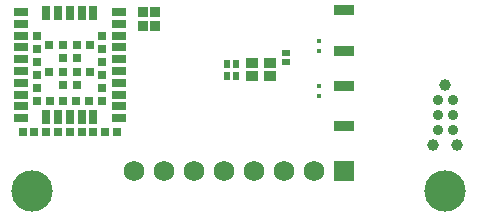
<source format=gts>
G04*
G04 #@! TF.GenerationSoftware,Altium Limited,Altium Designer,21.6.4 (81)*
G04*
G04 Layer_Color=8388736*
%FSLAX44Y44*%
%MOMM*%
G71*
G04*
G04 #@! TF.SameCoordinates,F90923F9-7617-4D74-A59D-B478042C8B54*
G04*
G04*
G04 #@! TF.FilePolarity,Negative*
G04*
G01*
G75*
%ADD26R,1.1000X0.9000*%
%ADD27R,1.2500X0.8000*%
%ADD28R,0.8000X1.2500*%
%ADD29R,0.8000X0.8000*%
%ADD30R,0.8000X0.8000*%
%ADD31R,0.8800X0.8400*%
%ADD32C,0.8900*%
%ADD33R,1.8000X0.9000*%
%ADD34R,0.6200X0.6500*%
%ADD35R,0.6500X0.6200*%
%ADD36R,0.4500X0.4600*%
%ADD37C,3.5000*%
%ADD38C,1.7500*%
%ADD39R,1.7500X1.7500*%
%ADD40C,1.0000*%
D26*
X226448Y133262D02*
D03*
X211448D02*
D03*
Y122262D02*
D03*
X226448D02*
D03*
D27*
X98250Y86750D02*
D03*
Y96750D02*
D03*
Y106750D02*
D03*
Y116750D02*
D03*
Y126750D02*
D03*
Y136750D02*
D03*
Y146750D02*
D03*
Y156750D02*
D03*
Y166750D02*
D03*
Y176750D02*
D03*
X15750D02*
D03*
Y166750D02*
D03*
Y156750D02*
D03*
Y146750D02*
D03*
Y136750D02*
D03*
Y126750D02*
D03*
Y116750D02*
D03*
Y106750D02*
D03*
Y96750D02*
D03*
Y86750D02*
D03*
D28*
X37000Y176000D02*
D03*
X47000D02*
D03*
X57000D02*
D03*
X67000D02*
D03*
X77000D02*
D03*
Y87500D02*
D03*
X67000D02*
D03*
X57000D02*
D03*
X47000D02*
D03*
X37000D02*
D03*
D29*
X74250Y149000D02*
D03*
X62750D02*
D03*
X51250D02*
D03*
X39750D02*
D03*
Y126000D02*
D03*
X51250Y137500D02*
D03*
X62750D02*
D03*
Y114500D02*
D03*
X74250Y126000D02*
D03*
X62750D02*
D03*
X51250D02*
D03*
Y114500D02*
D03*
D30*
X84500Y101250D02*
D03*
Y112250D02*
D03*
Y123250D02*
D03*
Y134250D02*
D03*
Y145250D02*
D03*
Y156250D02*
D03*
X29500D02*
D03*
Y145250D02*
D03*
Y134250D02*
D03*
Y123250D02*
D03*
Y112250D02*
D03*
Y101250D02*
D03*
X40500D02*
D03*
X51500D02*
D03*
X62500D02*
D03*
X73500D02*
D03*
X17000Y75250D02*
D03*
X27000D02*
D03*
X37000D02*
D03*
X47000D02*
D03*
X57000D02*
D03*
X67000D02*
D03*
X77000D02*
D03*
X87000D02*
D03*
X97000D02*
D03*
D31*
X119100Y165000D02*
D03*
X128900D02*
D03*
X128800Y177000D02*
D03*
X119000D02*
D03*
D32*
X368650Y102300D02*
D03*
X381350D02*
D03*
X368650Y89600D02*
D03*
X381350D02*
D03*
X368650Y76900D02*
D03*
X381350D02*
D03*
D33*
X289000Y144000D02*
D03*
Y178000D02*
D03*
Y114000D02*
D03*
Y80000D02*
D03*
D34*
X198056Y122174D02*
D03*
X190056D02*
D03*
X198000Y133000D02*
D03*
X190000D02*
D03*
D35*
X239776Y134176D02*
D03*
Y142176D02*
D03*
D36*
X268000Y152200D02*
D03*
Y143800D02*
D03*
X268000Y105800D02*
D03*
Y114200D02*
D03*
D37*
X375000Y25000D02*
D03*
X25000D02*
D03*
D38*
X161900Y41700D02*
D03*
X187300D02*
D03*
X212700D02*
D03*
X263500D02*
D03*
X238100D02*
D03*
X136500D02*
D03*
X111100D02*
D03*
D39*
X288900D02*
D03*
D40*
X375000Y115000D02*
D03*
X385160Y64200D02*
D03*
X364840D02*
D03*
M02*

</source>
